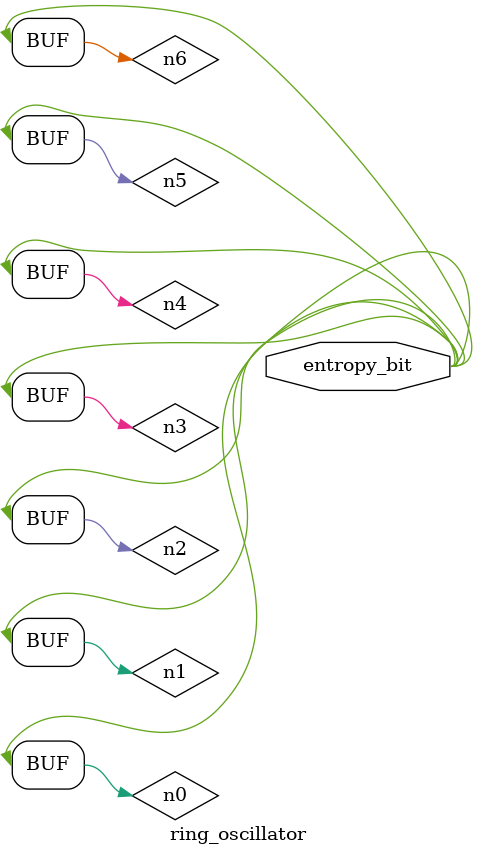
<source format=v>
module ring_oscillator (
    output entropy_bit
);
  wire n0;
  wire n1;
  wire n2;
  wire n3;
  wire n4;
  wire n5;
  wire n6;

  assign n1 = !n0;
  assign n2 = !n1;
  assign n3 = !n2;
  assign n4 = !n3;
  assign n5 = !n4;
  assign n6 = !n5;
  assign n0 = !n6;

  //sky130_fd_sc_hd__inv_2 nand0 (.Y(n1), .A(n0));
  //sky130_fd_sc_hd__inv_2 nand1 (.Y(n2), .A(n1));
  //sky130_fd_sc_hd__inv_2 nand2 (.Y(n3), .A(n2));
  //sky130_fd_sc_hd__inv_2 nand3 (.Y(n4), .A(n3));
  //sky130_fd_sc_hd__inv_2 nand4 (.Y(n5), .A(n4));
  //sky130_fd_sc_hd__inv_2 nand5 (.Y(n6), .A(n5));
  //sky130_fd_sc_hd__inv_2 nand6 (.Y(n0), .A(n6));

  assign entropy_bit = n0;
endmodule

</source>
